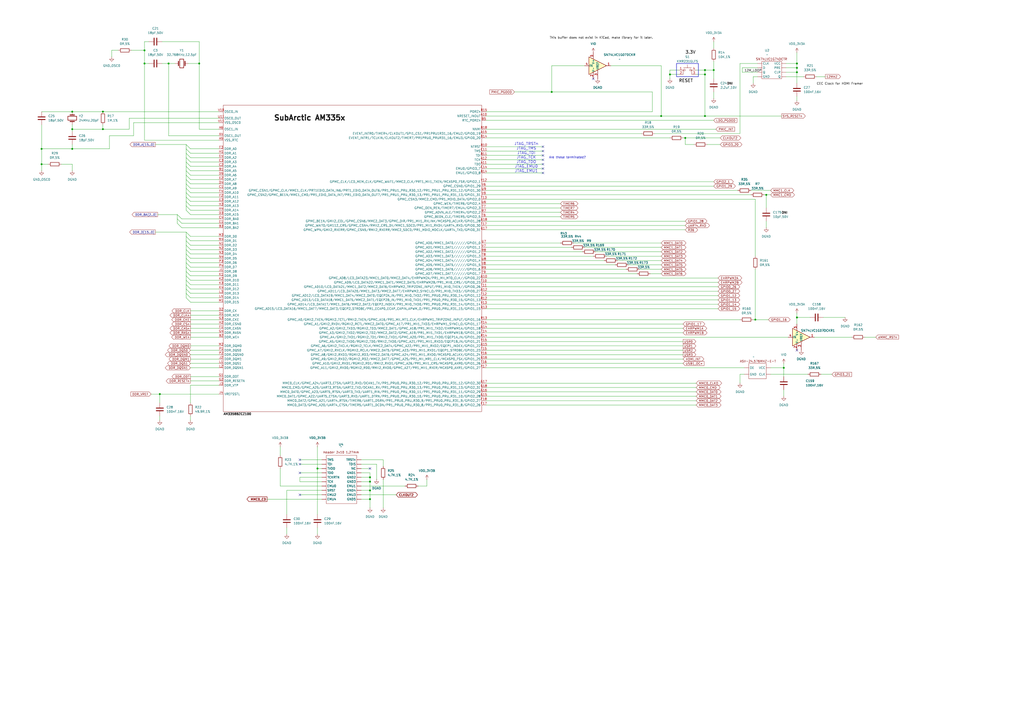
<source format=kicad_sch>
(kicad_sch (version 20231120) (generator "eeschema") (generator_version "8.0")
  (paper "A2")
  (title_block (title "SubArctic AM335x Schematic #1 - Ian Goldberg"))
  (junction (at 444.5 113.03))
  (junction (at 214.63 279.4))
  (junction (at 83.82 36.83))
  (junction (at 214.63 289.56))
  (junction (at 462.28 39.37))
  (junction (at 59.69 64.77))
  (junction (at 454.66 213.36))
  (junction (at 383.54 67.31))
  (junction (at 462.28 184.15))
  (junction (at 41.91 86.36))
  (junction (at 320.04 53.34))
  (junction (at 97.79 36.83))
  (junction (at 414.02 40.64))
  (junction (at 92.71 228.6))
  (junction (at 41.91 64.77))
  (junction (at 408.94 67.31))
  (junction (at 214.63 284.48))
  (junction (at 214.63 276.86))
  (junction (at 24.13 95.25))
  (junction (at 408.94 40.64))
  (junction (at 184.15 271.78))
  (junction (at 115.57 36.83))
  (junction (at 462.28 41.91))
  (junction (at 462.28 36.83))
  (junction (at 397.51 80.01))
  (junction (at 388.62 43.18))
  (junction (at 408.94 43.18))
  (junction (at 83.82 29.21))
  (junction (at 24.13 86.36))
  (junction (at 59.69 74.93))
  (junction (at 438.15 185.42))
  (junction (at 41.91 74.93))
  (no_connect (at 173.99 266.7))
  (no_connect (at 173.99 287.02))
  (no_connect (at 462.28 203.2))
  (no_connect (at 173.99 269.24))
  (no_connect (at 314.96 100.33))
  (no_connect (at 214.63 271.78))
  (no_connect (at 314.96 92.71))
  (no_connect (at 314.96 95.25))
  (no_connect (at 314.96 97.79))
  (no_connect (at 314.96 90.17))
  (no_connect (at 344.17 45.72))
  (no_connect (at 314.96 85.09))
  (no_connect (at 173.99 274.32))
  (no_connect (at 314.96 87.63))
  (bus_entry (at 107.95 114.3) (size 2.54 2.54))
  (bus_entry (at 107.95 154.94) (size 2.54 2.54))
  (bus_entry (at 107.95 104.14) (size 2.54 2.54))
  (bus_entry (at 107.95 91.44) (size 2.54 2.54))
  (bus_entry (at 107.95 93.98) (size 2.54 2.54))
  (bus_entry (at 107.95 170.18) (size 2.54 2.54))
  (bus_entry (at 107.95 111.76) (size 2.54 2.54))
  (bus_entry (at 107.95 88.9) (size 2.54 2.54))
  (bus_entry (at 107.95 142.24) (size 2.54 2.54))
  (bus_entry (at 107.95 119.38) (size 2.54 2.54))
  (bus_entry (at 107.95 147.32) (size 2.54 2.54))
  (bus_entry (at 107.95 116.84) (size 2.54 2.54))
  (bus_entry (at 107.95 167.64) (size 2.54 2.54))
  (bus_entry (at 107.95 106.68) (size 2.54 2.54))
  (bus_entry (at 107.95 139.7) (size 2.54 2.54))
  (bus_entry (at 102.87 124.46) (size 2.54 2.54))
  (bus_entry (at 107.95 152.4) (size 2.54 2.54))
  (bus_entry (at 107.95 172.72) (size 2.54 2.54))
  (bus_entry (at 107.95 165.1) (size 2.54 2.54))
  (bus_entry (at 107.95 83.82) (size 2.54 2.54))
  (bus_entry (at 107.95 144.78) (size 2.54 2.54))
  (bus_entry (at 102.87 129.54) (size 2.54 2.54))
  (bus_entry (at 107.95 86.36) (size 2.54 2.54))
  (bus_entry (at 107.95 96.52) (size 2.54 2.54))
  (bus_entry (at 107.95 109.22) (size 2.54 2.54))
  (bus_entry (at 107.95 134.62) (size 2.54 2.54))
  (bus_entry (at 107.95 149.86) (size 2.54 2.54))
  (bus_entry (at 107.95 157.48) (size 2.54 2.54))
  (bus_entry (at 107.95 101.6) (size 2.54 2.54))
  (bus_entry (at 102.87 127) (size 2.54 2.54))
  (bus_entry (at 107.95 160.02) (size 2.54 2.54))
  (bus_entry (at 107.95 137.16) (size 2.54 2.54))
  (bus_entry (at 107.95 121.92) (size 2.54 2.54))
  (bus_entry (at 107.95 99.06) (size 2.54 2.54))
  (bus_entry (at 107.95 162.56) (size 2.54 2.54))
  (wire (pts (xy 281.94 107.95) (xy 414.02 107.95)))
  (wire (pts (xy 64.77 33.02) (xy 64.77 29.21)))
  (wire (pts (xy 444.5 113.03) (xy 444.5 120.65)))
  (wire (pts (xy 107.95 142.24) (xy 107.95 144.78)))
  (wire (pts (xy 281.94 232.41) (xy 403.86 232.41)))
  (wire (pts (xy 436.88 44.45) (xy 436.88 48.26)))
  (wire (pts (xy 281.94 156.21) (xy 363.22 156.21)))
  (wire (pts (xy 24.13 86.36) (xy 24.13 95.25)))
  (wire (pts (xy 429.26 36.83) (xy 439.42 36.83)))
  (wire (pts (xy 41.91 95.25) (xy 35.56 95.25)))
  (wire (pts (xy 105.41 132.08) (xy 127 132.08)))
  (wire (pts (xy 107.95 165.1) (xy 107.95 167.64)))
  (wire (pts (xy 107.95 154.94) (xy 107.95 157.48)))
  (wire (pts (xy 209.55 281.94) (xy 234.95 281.94)))
  (wire (pts (xy 281.94 118.11) (xy 325.12 118.11)))
  (wire (pts (xy 209.55 279.4) (xy 214.63 279.4)))
  (wire (pts (xy 93.98 24.13) (xy 115.57 24.13)))
  (wire (pts (xy 383.54 38.1) (xy 383.54 67.31)))
  (wire (pts (xy 107.95 137.16) (xy 107.95 139.7)))
  (wire (pts (xy 41.91 74.93) (xy 59.69 74.93)))
  (wire (pts (xy 107.95 91.44) (xy 107.95 93.98)))
  (wire (pts (xy 166.37 284.48) (xy 186.69 284.48)))
  (wire (pts (xy 24.13 95.25) (xy 24.13 99.06)))
  (wire (pts (xy 209.55 284.48) (xy 214.63 284.48)))
  (wire (pts (xy 83.82 29.21) (xy 83.82 36.83)))
  (wire (pts (xy 410.21 83.82) (xy 417.83 83.82)))
  (wire (pts (xy 173.99 276.86) (xy 186.69 276.86)))
  (wire (pts (xy 408.94 67.31) (xy 453.39 67.31)))
  (wire (pts (xy 107.95 99.06) (xy 107.95 101.6)))
  (wire (pts (xy 473.71 44.45) (xy 478.79 44.45)))
  (wire (pts (xy 110.49 223.52) (xy 127 223.52)))
  (wire (pts (xy 455.93 39.37) (xy 462.28 39.37)))
  (wire (pts (xy 281.94 210.82) (xy 396.24 210.82)))
  (wire (pts (xy 444.5 128.27) (xy 444.5 132.08)))
  (wire (pts (xy 110.49 96.52) (xy 127 96.52)))
  (wire (pts (xy 107.95 162.56) (xy 107.95 165.1)))
  (wire (pts (xy 214.63 284.48) (xy 214.63 289.56)))
  (wire (pts (xy 281.94 171.45) (xy 416.56 171.45)))
  (wire (pts (xy 110.49 88.9) (xy 127 88.9)))
  (wire (pts (xy 408.94 43.18) (xy 408.94 67.31)))
  (wire (pts (xy 110.49 200.66) (xy 127 200.66)))
  (wire (pts (xy 41.91 86.36) (xy 24.13 86.36)))
  (wire (pts (xy 345.44 146.05) (xy 383.54 146.05)))
  (wire (pts (xy 97.79 78.74) (xy 127 78.74)))
  (wire (pts (xy 281.94 163.83) (xy 416.56 163.83)))
  (wire (pts (xy 214.63 289.56) (xy 214.63 294.64)))
  (wire (pts (xy 447.04 217.17) (xy 468.63 217.17)))
  (wire (pts (xy 102.87 124.46) (xy 102.87 127)))
  (wire (pts (xy 107.95 167.64) (xy 107.95 170.18)))
  (wire (pts (xy 281.94 77.47) (xy 372.11 77.47)))
  (wire (pts (xy 281.94 198.12) (xy 396.24 198.12)))
  (wire (pts (xy 105.41 127) (xy 127 127)))
  (wire (pts (xy 281.94 123.19) (xy 325.12 123.19)))
  (wire (pts (xy 429.26 77.47) (xy 429.26 36.83)))
  (wire (pts (xy 109.22 36.83) (xy 115.57 36.83)))
  (wire (pts (xy 439.42 44.45) (xy 436.88 44.45)))
  (wire (pts (xy 59.69 64.77) (xy 127 64.77)))
  (wire (pts (xy 388.62 40.64) (xy 388.62 43.18)))
  (wire (pts (xy 247.65 281.94) (xy 242.57 281.94)))
  (wire (pts (xy 281.94 176.53) (xy 416.56 176.53)))
  (wire (pts (xy 74.93 68.58) (xy 74.93 74.93)))
  (wire (pts (xy 92.71 243.84) (xy 92.71 241.3)))
  (wire (pts (xy 115.57 74.93) (xy 115.57 36.83)))
  (wire (pts (xy 454.66 210.82) (xy 454.66 213.36)))
  (wire (pts (xy 281.94 105.41) (xy 414.02 105.41)))
  (wire (pts (xy 110.49 119.38) (xy 127 119.38)))
  (wire (pts (xy 110.49 187.96) (xy 127 187.96)))
  (wire (pts (xy 281.94 179.07) (xy 416.56 179.07)))
  (wire (pts (xy 462.28 36.83) (xy 462.28 39.37)))
  (wire (pts (xy 110.49 93.98) (xy 127 93.98)))
  (wire (pts (xy 59.69 74.93) (xy 74.93 74.93)))
  (wire (pts (xy 214.63 274.32) (xy 214.63 276.86)))
  (wire (pts (xy 281.94 92.71) (xy 314.96 92.71)))
  (wire (pts (xy 83.82 24.13) (xy 83.82 29.21)))
  (wire (pts (xy 396.24 80.01) (xy 397.51 80.01)))
  (wire (pts (xy 281.94 224.79) (xy 403.86 224.79)))
  (wire (pts (xy 24.13 64.77) (xy 41.91 64.77)))
  (wire (pts (xy 281.94 110.49) (xy 427.99 110.49)))
  (wire (pts (xy 173.99 269.24) (xy 186.69 269.24)))
  (wire (pts (xy 209.55 289.56) (xy 214.63 289.56)))
  (wire (pts (xy 281.94 173.99) (xy 416.56 173.99)))
  (wire (pts (xy 83.82 36.83) (xy 86.36 36.83)))
  (wire (pts (xy 444.5 113.03) (xy 447.04 113.03)))
  (wire (pts (xy 110.49 109.22) (xy 127 109.22)))
  (wire (pts (xy 110.49 116.84) (xy 127 116.84)))
  (wire (pts (xy 110.49 149.86) (xy 127 149.86)))
  (wire (pts (xy 408.94 40.64) (xy 408.94 43.18)))
  (wire (pts (xy 107.95 88.9) (xy 107.95 91.44)))
  (wire (pts (xy 41.91 74.93) (xy 41.91 72.39)))
  (wire (pts (xy 438.15 185.42) (xy 436.88 185.42)))
  (wire (pts (xy 472.44 195.58) (xy 494.03 195.58)))
  (wire (pts (xy 110.49 167.64) (xy 127 167.64)))
  (wire (pts (xy 388.62 40.64) (xy 393.7 40.64)))
  (wire (pts (xy 184.15 309.88) (xy 184.15 306.07)))
  (wire (pts (xy 281.94 67.31) (xy 383.54 67.31)))
  (wire (pts (xy 281.94 193.04) (xy 396.24 193.04)))
  (wire (pts (xy 430.53 39.37) (xy 430.53 41.91)))
  (wire (pts (xy 462.28 39.37) (xy 462.28 41.91)))
  (wire (pts (xy 218.44 269.24) (xy 218.44 278.13)))
  (wire (pts (xy 110.49 172.72) (xy 127 172.72)))
  (wire (pts (xy 508 195.58) (xy 501.65 195.58)))
  (wire (pts (xy 41.91 99.06) (xy 41.91 95.25)))
  (wire (pts (xy 429.26 217.17) (xy 429.26 222.25)))
  (wire (pts (xy 107.95 93.98) (xy 107.95 96.52)))
  (wire (pts (xy 173.99 274.32) (xy 186.69 274.32)))
  (wire (pts (xy 110.49 86.36) (xy 127 86.36)))
  (wire (pts (xy 110.49 223.52) (xy 110.49 233.68)))
  (wire (pts (xy 281.94 146.05) (xy 337.82 146.05)))
  (wire (pts (xy 110.49 162.56) (xy 127 162.56)))
  (wire (pts (xy 397.51 80.01) (xy 397.51 83.82)))
  (wire (pts (xy 110.49 144.78) (xy 127 144.78)))
  (wire (pts (xy 107.95 86.36) (xy 107.95 88.9)))
  (wire (pts (xy 462.28 30.48) (xy 462.28 36.83)))
  (wire (pts (xy 110.49 160.02) (xy 127 160.02)))
  (wire (pts (xy 110.49 147.32) (xy 127 147.32)))
  (wire (pts (xy 41.91 64.77) (xy 59.69 64.77)))
  (wire (pts (xy 77.47 78.74) (xy 63.5 78.74)))
  (wire (pts (xy 166.37 284.48) (xy 166.37 298.45)))
  (wire (pts (xy 162.56 259.08) (xy 162.56 264.16)))
  (wire (pts (xy 281.94 120.65) (xy 325.12 120.65)))
  (wire (pts (xy 320.04 38.1) (xy 339.09 38.1)))
  (wire (pts (xy 281.94 140.97) (xy 325.12 140.97)))
  (wire (pts (xy 281.94 153.67) (xy 356.87 153.67)))
  (wire (pts (xy 462.28 58.42) (xy 462.28 55.88)))
  (wire (pts (xy 281.94 74.93) (xy 415.29 74.93)))
  (wire (pts (xy 110.49 185.42) (xy 127 185.42)))
  (wire (pts (xy 281.94 80.01) (xy 388.62 80.01)))
  (wire (pts (xy 435.61 110.49) (xy 447.04 110.49)))
  (wire (pts (xy 209.55 269.24) (xy 218.44 269.24)))
  (wire (pts (xy 64.77 29.21) (xy 68.58 29.21)))
  (wire (pts (xy 455.93 44.45) (xy 466.09 44.45)))
  (wire (pts (xy 102.87 127) (xy 102.87 129.54)))
  (wire (pts (xy 364.49 153.67) (xy 383.54 153.67)))
  (wire (pts (xy 447.04 213.36) (xy 454.66 213.36)))
  (wire (pts (xy 110.49 190.5) (xy 127 190.5)))
  (wire (pts (xy 110.49 218.44) (xy 127 218.44)))
  (wire (pts (xy 281.94 151.13) (xy 350.52 151.13)))
  (wire (pts (xy 90.17 83.82) (xy 107.95 83.82)))
  (wire (pts (xy 184.15 271.78) (xy 186.69 271.78)))
  (wire (pts (xy 462.28 184.15) (xy 469.9 184.15)))
  (wire (pts (xy 107.95 116.84) (xy 107.95 119.38)))
  (wire (pts (xy 429.26 217.17) (xy 431.8 217.17)))
  (wire (pts (xy 110.49 111.76) (xy 127 111.76)))
  (wire (pts (xy 107.95 157.48) (xy 107.95 160.02)))
  (wire (pts (xy 110.49 154.94) (xy 127 154.94)))
  (wire (pts (xy 281.94 158.75) (xy 369.57 158.75)))
  (wire (pts (xy 281.94 69.85) (xy 414.02 69.85)))
  (wire (pts (xy 403.86 43.18) (xy 408.94 43.18)))
  (wire (pts (xy 354.33 38.1) (xy 383.54 38.1)))
  (wire (pts (xy 127 74.93) (xy 115.57 74.93)))
  (wire (pts (xy 414.02 53.34) (xy 414.02 57.15)))
  (wire (pts (xy 110.49 139.7) (xy 127 139.7)))
  (wire (pts (xy 455.93 41.91) (xy 462.28 41.91)))
  (wire (pts (xy 83.82 36.83) (xy 83.82 81.28)))
  (wire (pts (xy 378.46 53.34) (xy 378.46 64.77)))
  (wire (pts (xy 281.94 205.74) (xy 396.24 205.74)))
  (wire (pts (xy 281.94 130.81) (xy 397.51 130.81)))
  (wire (pts (xy 110.49 180.34) (xy 127 180.34)))
  (wire (pts (xy 281.94 85.09) (xy 314.96 85.09)))
  (wire (pts (xy 105.41 129.54) (xy 127 129.54)))
  (wire (pts (xy 110.49 121.92) (xy 127 121.92)))
  (wire (pts (xy 281.94 95.25) (xy 314.96 95.25)))
  (wire (pts (xy 110.49 170.18) (xy 127 170.18)))
  (wire (pts (xy 91.44 124.46) (xy 102.87 124.46)))
  (wire (pts (xy 378.46 64.77) (xy 281.94 64.77)))
  (wire (pts (xy 209.55 287.02) (xy 229.87 287.02)))
  (wire (pts (xy 107.95 109.22) (xy 107.95 111.76)))
  (wire (pts (xy 107.95 111.76) (xy 107.95 114.3)))
  (wire (pts (xy 438.15 115.57) (xy 438.15 148.59)))
  (wire (pts (xy 110.49 104.14) (xy 127 104.14)))
  (wire (pts (xy 388.62 43.18) (xy 393.7 43.18)))
  (wire (pts (xy 110.49 220.98) (xy 127 220.98)))
  (wire (pts (xy 222.25 294.64) (xy 222.25 278.13)))
  (wire (pts (xy 83.82 24.13) (xy 86.36 24.13)))
  (wire (pts (xy 63.5 86.36) (xy 41.91 86.36)))
  (wire (pts (xy 110.49 205.74) (xy 127 205.74)))
  (wire (pts (xy 24.13 86.36) (xy 24.13 72.39)))
  (wire (pts (xy 339.09 143.51) (xy 383.54 143.51)))
  (wire (pts (xy 59.69 74.93) (xy 59.69 72.39)))
  (wire (pts (xy 281.94 168.91) (xy 416.56 168.91)))
  (wire (pts (xy 214.63 276.86) (xy 214.63 279.4)))
  (wire (pts (xy 281.94 203.2) (xy 396.24 203.2)))
  (wire (pts (xy 403.86 40.64) (xy 408.94 40.64)))
  (wire (pts (xy 97.79 36.83) (xy 97.79 78.74)))
  (wire (pts (xy 281.94 128.27) (xy 397.51 128.27)))
  (wire (pts (xy 388.62 43.18) (xy 388.62 45.72)))
  (wire (pts (xy 87.63 228.6) (xy 92.71 228.6)))
  (wire (pts (xy 107.95 101.6) (xy 107.95 104.14)))
  (wire (pts (xy 438.15 185.42) (xy 445.77 185.42)))
  (wire (pts (xy 209.55 266.7) (xy 222.25 266.7)))
  (wire (pts (xy 476.25 217.17) (xy 482.6 217.17)))
  (wire (pts (xy 110.49 152.4) (xy 127 152.4)))
  (wire (pts (xy 83.82 81.28) (xy 127 81.28)))
  (wire (pts (xy 438.15 156.21) (xy 438.15 185.42)))
  (wire (pts (xy 110.49 243.84) (xy 110.49 241.3)))
  (wire (pts (xy 107.95 144.78) (xy 107.95 147.32)))
  (wire (pts (xy 173.99 266.7) (xy 186.69 266.7)))
  (wire (pts (xy 443.23 113.03) (xy 444.5 113.03)))
  (wire (pts (xy 430.53 41.91) (xy 439.42 41.91)))
  (wire (pts (xy 77.47 71.12) (xy 77.47 78.74)))
  (wire (pts (xy 397.51 80.01) (xy 417.83 80.01)))
  (wire (pts (xy 454.66 226.06) (xy 454.66 229.87)))
  (wire (pts (xy 281.94 222.25) (xy 403.86 222.25)))
  (wire (pts (xy 281.94 208.28) (xy 396.24 208.28)))
  (wire (pts (xy 110.49 165.1) (xy 127 165.1)))
  (wire (pts (xy 107.95 152.4) (xy 107.95 154.94)))
  (wire (pts (xy 414.02 35.56) (xy 414.02 40.64)))
  (wire (pts (xy 209.55 274.32) (xy 214.63 274.32)))
  (wire (pts (xy 27.94 95.25) (xy 24.13 95.25)))
  (wire (pts (xy 110.49 210.82) (xy 127 210.82)))
  (wire (pts (xy 490.22 184.15) (xy 477.52 184.15)))
  (wire (pts (xy 378.46 53.34) (xy 320.04 53.34)))
  (wire (pts (xy 110.49 213.36) (xy 127 213.36)))
  (wire (pts (xy 414.02 24.13) (xy 414.02 27.94)))
  (wire (pts (xy 110.49 106.68) (xy 127 106.68)))
  (wire (pts (xy 281.94 166.37) (xy 416.56 166.37)))
  (wire (pts (xy 110.49 157.48) (xy 127 157.48)))
  (wire (pts (xy 107.95 149.86) (xy 107.95 152.4)))
  (wire (pts (xy 173.99 287.02) (xy 186.69 287.02)))
  (wire (pts (xy 281.94 213.36) (xy 431.8 213.36)))
  (wire (pts (xy 281.94 227.33) (xy 403.86 227.33)))
  (wire (pts (xy 455.93 36.83) (xy 462.28 36.83)))
  (wire (pts (xy 414.02 40.64) (xy 414.02 45.72)))
  (wire (pts (xy 173.99 279.4) (xy 186.69 279.4)))
  (wire (pts (xy 439.42 39.37) (xy 430.53 39.37)))
  (wire (pts (xy 462.28 184.15) (xy 462.28 187.96)))
  (wire (pts (xy 107.95 83.82) (xy 107.95 86.36)))
  (wire (pts (xy 97.79 36.83) (xy 101.6 36.83)))
  (wire (pts (xy 107.95 96.52) (xy 107.95 99.06)))
  (wire (pts (xy 110.49 193.04) (xy 127 193.04)))
  (wire (pts (xy 107.95 119.38) (xy 107.95 121.92)))
  (wire (pts (xy 110.49 91.44) (xy 127 91.44)))
  (wire (pts (xy 281.94 185.42) (xy 429.26 185.42)))
  (wire (pts (xy 110.49 175.26) (xy 127 175.26)))
  (wire (pts (xy 154.94 289.56) (xy 186.69 289.56)))
  (wire (pts (xy 281.94 190.5) (xy 396.24 190.5)))
  (wire (pts (xy 110.49 137.16) (xy 127 137.16)))
  (wire (pts (xy 281.94 195.58) (xy 457.2 195.58)))
  (wire (pts (xy 397.51 83.82) (xy 402.59 83.82)))
  (wire (pts (xy 281.94 113.03) (xy 435.61 113.03)))
  (wire (pts (xy 320.04 53.34) (xy 298.45 53.34)))
  (wire (pts (xy 281.94 100.33) (xy 314.96 100.33)))
  (wire (pts (xy 110.49 182.88) (xy 127 182.88)))
  (wire (pts (xy 281.94 200.66) (xy 396.24 200.66)))
  (wire (pts (xy 281.94 125.73) (xy 325.12 125.73)))
  (wire (pts (xy 184.15 259.08) (xy 184.15 271.78)))
  (wire (pts (xy 281.94 234.95) (xy 403.86 234.95)))
  (wire (pts (xy 107.95 134.62) (xy 107.95 137.16)))
  (wire (pts (xy 408.94 40.64) (xy 414.02 40.64)))
  (wire (pts (xy 107.95 139.7) (xy 107.95 142.24)))
  (wire (pts (xy 281.94 229.87) (xy 403.86 229.87)))
  (wire (pts (xy 184.15 271.78) (xy 184.15 298.45)))
  (wire (pts (xy 281.94 143.51) (xy 331.47 143.51)))
  (wire (pts (xy 370.84 156.21) (xy 383.54 156.21)))
  (wire (pts (xy 281.94 133.35) (xy 397.51 133.35)))
  (wire (pts (xy 281.94 97.79) (xy 314.96 97.79)))
  (wire (pts (xy 90.17 134.62) (xy 107.95 134.62)))
  (wire (pts (xy 110.49 99.06) (xy 127 99.06)))
  (wire (pts (xy 462.28 181.61) (xy 462.28 184.15)))
  (wire (pts (xy 358.14 151.13) (xy 383.54 151.13)))
  (wire (pts (xy 110.49 195.58) (xy 127 195.58)))
  (wire (pts (xy 107.95 104.14) (xy 107.95 106.68)))
  (wire (pts (xy 281.94 148.59) (xy 344.17 148.59)))
  (wire (pts (xy 110.49 142.24) (xy 127 142.24)))
  (wire (pts (xy 41.91 83.82) (xy 41.91 86.36)))
  (wire (pts (xy 377.19 158.75) (xy 383.54 158.75)))
  (wire (pts (xy 173.99 276.86) (xy 173.99 279.4)))
  (wire (pts (xy 214.63 279.4) (xy 214.63 284.48)))
  (wire (pts (xy 110.49 124.46) (xy 127 124.46)))
  (wire (pts (xy 107.95 160.02) (xy 107.95 162.56)))
  (wire (pts (xy 110.49 203.2) (xy 127 203.2)))
  (wire (pts (xy 209.55 271.78) (xy 214.63 271.78)))
  (wire (pts (xy 76.2 29.21) (xy 83.82 29.21)))
  (wire (pts (xy 247.65 278.13) (xy 247.65 281.94)))
  (wire (pts (xy 166.37 309.88) (xy 166.37 306.07)))
  (wire (pts (xy 351.79 148.59) (xy 383.54 148.59)))
  (wire (pts (xy 454.66 213.36) (xy 454.66 218.44)))
  (wire (pts (xy 462.28 41.91) (xy 462.28 48.26)))
  (wire (pts (xy 127 71.12) (xy 77.47 71.12)))
  (wire (pts (xy 63.5 78.74) (xy 63.5 86.36)))
  (wire (pts (xy 110.49 208.28) (xy 127 208.28)))
  (wire (pts (xy 281.94 187.96) (xy 396.24 187.96)))
  (wire (pts (xy 332.74 140.97) (xy 383.54 140.97)))
  (wire (pts (xy 281.94 115.57) (xy 438.15 115.57)))
  (wire (pts (xy 281.94 161.29) (xy 416.56 161.29)))
  (wire (pts (xy 93.98 36.83) (xy 97.79 36.83)))
  (wire (pts (xy 107.95 114.3) (xy 107.95 116.84)))
  (wire (pts (xy 107.95 106.68) (xy 107.95 109.22)))
  (wire (pts (xy 107.95 147.32) (xy 107.95 149.86)))
  (wire (pts (xy 281.94 90.17) (xy 314.96 90.17)))
  (wire (pts (xy 41.91 76.2) (xy 41.91 74.93)))
  (wire (pts (xy 92.71 228.6) (xy 92.71 233.68)))
  (wire (pts (xy 222.25 266.7) (xy 222.25 270.51)))
  (wire (pts (xy 162.56 271.78) (xy 162.56 281.94)))
  (wire (pts (xy 209.55 276.86) (xy 214.63 276.86)))
  (wire (pts (xy 281.94 87.63) (xy 314.96 87.63)))
  (wire (pts (xy 115.57 36.83) (xy 115.57 24.13)))
  (wire (pts (xy 162.56 281.94) (xy 186.69 281.94)))
  (wire (pts (xy 110.49 101.6) (xy 127 101.6)))
  (wire (pts (xy 92.71 228.6) (xy 127 228.6)))
  (wire (pts (xy 379.73 77.47) (xy 429.26 77.47)))
  (wire (pts (xy 383.54 67.31) (xy 408.94 67.31)))
  (wire (pts (xy 107.95 170.18) (xy 107.95 172.72)))
  (wire (pts (xy 320.04 53.34) (xy 320.04 38.1)))
  (wire (pts (xy 74.93 68.58) (xy 127 68.58)))
  (wire (pts (xy 110.49 114.3) (xy 127 114.3)))
  (rectangle (start 392.43 36.83) (end 405.13 44.45) (stroke (width 0.254)))
  (text "Are these terminated?\n" (at 329.184 91.44 0) (effects (font (size 1.27 1.27))))
  (text "JTAG_TRSTn\nJTAG_TMS\nJTAG_TDI\nJTAG_TCK\nJTAG_TDO\nJTAG_EMU0\nJTAG_EMU1" (at 305.308 91.44 0) (effects (font (size 1.6256 1.6256))))
  (label "This buffer does not exist in KiCad, make library for it later." (at 318.77 22.86 0))
  (label "RESET" (at 393.7 48.26 0) (effects (font (size 1.778 1.778) (thickness 0.254) (bold yes))))
  (label "SubArctic AM335x" (at 158.75 71.12 0) (effects (font (size 3.048 3.048) (thickness 0.6096) (bold yes))))
  (label "AM3358BZCZ100" (at 129.54 241.3 0) (effects (font (thickness 0.254) (bold yes))))
  (label "DNI" (at 421.64 49.53 0) (effects (font (thickness 0.254) (bold yes))))
  (label "CEC Clock for HDMI Framer" (at 473.71 49.53 0))
  (label "3.3V" (at 397.51 31.75 0) (effects (font (size 1.778 1.778) (thickness 0.254) (bold yes))))
  (label "12M_LOOP" (at 431.8 41.91 0))
  (label "DNI" (at 453.39 124.46 0) (effects (font (thickness 0.254) (bold yes))))
  (global_label "MMC1_DAT3" (shape bidirectional) (at 383.54 148.59 0) (property "Intersheetrefs" "${INTERSHEET_REFS}" (effects (hide yes))))
  (global_label "DDR_CASn" (shape output) (at 110.49 190.5 180) (property "Intersheetrefs" "${INTERSHEET_REFS}" (effects (hide yes))))
  (global_label "EHRPWM1B" (shape bidirectional) (at 396.24 193.04 0) (property "Intersheetrefs" "${INTERSHEET_REFS}" (effects (hide yes))))
  (global_label "CLKOUT2" (shape bidirectional) (at 229.87 287.02 0) (effects (font (bold yes))) (property "Intersheetrefs" "${INTERSHEET_REFS}" (effects (hide yes))))
  (global_label "EHRPWM2B" (shape bidirectional) (at 416.56 163.83 0) (property "Intersheetrefs" "${INTERSHEET_REFS}" (effects (hide yes))))
  (global_label "GPIO2_1" (shape bidirectional) (at 414.02 105.41 0) (property "Intersheetrefs" "${INTERSHEET_REFS}" (effects (hide yes))))
  (global_label "MMC1_DAT2" (shape bidirectional) (at 383.54 146.05 0) (property "Intersheetrefs" "${INTERSHEET_REFS}" (effects (hide yes))))
  (global_label "DDR_DQS1" (shape bidirectional) (at 110.49 210.82 180) (property "Intersheetrefs" "${INTERSHEET_REFS}" (effects (hide yes))))
  (global_label "DDR_ODT" (shape output) (at 110.49 218.44 180) (property "Intersheetrefs" "${INTERSHEET_REFS}" (effects (hide yes))))
  (global_label "LDO_PGOOD" (shape input) (at 414.02 69.85 0) (property "Intersheetrefs" "${INTERSHEET_REFS}" (effects (hide yes))))
  (global_label "PMIC_PGOOD" (shape input) (at 298.45 53.34 180) (property "Intersheetrefs" "${INTERSHEET_REFS}" (effects (hide yes))))
  (global_label "TIMER7" (shape bidirectional) (at 325.12 120.65 0) (property "Intersheetrefs" "${INTERSHEET_REFS}" (effects (hide yes))))
  (global_label "DDR_CSn" (shape output) (at 110.49 187.96 180) (property "Intersheetrefs" "${INTERSHEET_REFS}" (effects (hide yes))))
  (global_label "EHRPWM2A" (shape bidirectional) (at 416.56 161.29 0) (property "Intersheetrefs" "${INTERSHEET_REFS}" (effects (hide yes))))
  (global_label "MMC0_CMD" (shape bidirectional) (at 403.86 224.79 0) (property "Intersheetrefs" "${INTERSHEET_REFS}" (effects (hide yes))))
  (global_label "USR0" (shape output) (at 396.24 198.12 0) (property "Intersheetrefs" "${INTERSHEET_REFS}" (effects (hide yes))))
  (global_label "DDR_DQM0" (shape output) (at 110.49 200.66 180) (property "Intersheetrefs" "${INTERSHEET_REFS}" (effects (hide yes))))
  (global_label "EHRPWM1A" (shape bidirectional) (at 396.24 190.5 0) (property "Intersheetrefs" "${INTERSHEET_REFS}" (effects (hide yes))))
  (global_label "MMC1_DAT5" (shape bidirectional) (at 383.54 156.21 0) (property "Intersheetrefs" "${INTERSHEET_REFS}" (effects (hide yes))))
  (global_label "DDR_VREF" (shape input) (at 87.63 228.6 180) (property "Intersheetrefs" "${INTERSHEET_REFS}" (effects (hide yes))))
  (global_label "TIMER6" (shape bidirectional) (at 325.12 118.11 0) (property "Intersheetrefs" "${INTERSHEET_REFS}" (effects (hide yes))))
  (global_label "DDR_WEn" (shape output) (at 110.49 195.58 180) (property "Intersheetrefs" "${INTERSHEET_REFS}" (effects (hide yes))))
  (global_label "MMC1_DAT0" (shape bidirectional) (at 383.54 140.97 0) (property "Intersheetrefs" "${INTERSHEET_REFS}" (effects (hide yes))))
  (global_label "MMC1_DAT5" (shape bidirectional) (at 383.54 153.67 0) (property "Intersheetrefs" "${INTERSHEET_REFS}" (effects (hide yes))))
  (global_label "GPIO0_27" (shape bidirectional) (at 416.56 168.91 0) (property "Intersheetrefs" "${INTERSHEET_REFS}" (effects (hide yes))))
  (global_label "DDR_DQSN0" (shape bidirectional) (at 110.49 205.74 180) (property "Intersheetrefs" "${INTERSHEET_REFS}" (effects (hide yes))))
  (global_label "DDR_RESETn" (shape output) (at 110.49 220.98 180) (property "Intersheetrefs" "${INTERSHEET_REFS}" (effects (hide yes))))
  (global_label "GPIO1_12" (shape bidirectional) (at 416.56 171.45 0) (property "Intersheetrefs" "${INTERSHEET_REFS}" (effects (hide yes))))
  (global_label "MMC1_CMD" (shape bidirectional) (at 447.04 113.03 0) (property "Intersheetrefs" "${INTERSHEET_REFS}" (effects (hide yes))))
  (global_label "MMC1_CLK" (shape bidirectional) (at 447.04 110.49 0) (property "Intersheetrefs" "${INTERSHEET_REFS}" (effects (hide yes))))
  (global_label "DDR_DQSN1" (shape bidirectional) (at 110.49 213.36 180) (property "Intersheetrefs" "${INTERSHEET_REFS}" (effects (hide yes))))
  (global_label "GPIO1_16" (shape bidirectional) (at 445.77 185.42 0) (property "Intersheetrefs" "${INTERSHEET_REFS}" (effects (hide yes))))
  (global_label "MMC0_CLKO" (shape bidirectional) (at 403.86 222.25 0) (property "Intersheetrefs" "${INTERSHEET_REFS}" (effects (hide yes))))
  (global_label "GPIO3_21" (shape input) (at 482.6 217.17 0) (property "Intersheetrefs" "${INTERSHEET_REFS}" (effects (hide yes))))
  (global_label "MMC0_DAT2" (shape bidirectional) (at 403.86 232.41 0) (property "Intersheetrefs" "${INTERSHEET_REFS}" (effects (hide yes))))
  (global_label "MMC0_DAT1" (shape bidirectional) (at 403.86 229.87 0) (property "Intersheetrefs" "${INTERSHEET_REFS}" (effects (hide yes))))
  (global_label "PMIC_INT" (shape input) (at 415.29 74.93 0) (property "Intersheetrefs" "${INTERSHEET_REFS}" (effects (hide yes))))
  (global_label "GPIO1_15" (shape bidirectional) (at 416.56 179.07 0) (property "Intersheetrefs" "${INTERSHEET_REFS}" (effects (hide yes))))
  (global_label "DDR_DQS0" (shape bidirectional) (at 110.49 203.2 180) (property "Intersheetrefs" "${INTERSHEET_REFS}" (effects (hide yes))))
  (global_label "MMC0_DAT0" (shape bidirectional) (at 403.86 227.33 0) (property "Intersheetrefs" "${INTERSHEET_REFS}" (effects (hide yes))))
  (global_label "MMC1_DAT6" (shape bidirectional) (at 383.54 158.75 0) (property "Intersheetrefs" "${INTERSHEET_REFS}" (effects (hide yes))))
  (global_label "DDR_CLKn" (shape output) (at 110.49 182.88 180) (property "Intersheetrefs" "${INTERSHEET_REFS}" (effects (hide yes))))
  (global_label "GPIO1_13" (shape bidirectional) (at 416.56 173.99 0) (property "Intersheetrefs" "${INTERSHEET_REFS}" (effects (hide yes))))
  (global_label "USB1_OCn" (shape input) (at 396.24 210.82 0) (property "Intersheetrefs" "${INTERSHEET_REFS}" (effects (hide yes))))
  (global_label "HDMI_INT" (shape bidirectional) (at 396.24 208.28 0) (property "Intersheetrefs" "${INTERSHEET_REFS}" (effects (hide yes))))
  (global_label "12MHZ" (shape output) (at 478.79 44.45 0) (property "Intersheetrefs" "${INTERSHEET_REFS}" (effects (hide yes))))
  (global_label "TIMER5" (shape bidirectional) (at 325.12 125.73 0) (property "Intersheetrefs" "${INTERSHEET_REFS}" (effects (hide yes))))
  (global_label "GPIO1_17" (shape bidirectional) (at 396.24 187.96 0) (property "Intersheetrefs" "${INTERSHEET_REFS}" (effects (hide yes))))
  (global_label "DDR_DQM1" (shape output) (at 110.49 208.28 180) (property "Intersheetrefs" "${INTERSHEET_REFS}" (effects (hide yes))))
  (global_label "GPIO0_26" (shape bidirectional) (at 416.56 166.37 0) (property "Intersheetrefs" "${INTERSHEET_REFS}" (effects (hide yes))))
  (global_label "MMC1_DAT4" (shape bidirectional) (at 383.54 151.13 0) (property "Intersheetrefs" "${INTERSHEET_REFS}" (effects (hide yes))))
  (global_label "DDR_RASn" (shape output) (at 110.49 193.04 180) (property "Intersheetrefs" "${INTERSHEET_REFS}" (effects (hide yes))))
  (global_label "UART4_RXD" (shape bidirectional) (at 397.51 130.81 0) (property "Intersheetrefs" "${INTERSHEET_REFS}" (effects (hide yes))))
  (global_label "DDR_D[15..0]" (shape output) (at 90.17 134.62 180) (property "Intersheetrefs" "${INTERSHEET_REFS}" (effects (hide yes))))
  (global_label "CLKOUT2" (shape bidirectional) (at 417.83 80.01 0) (property "Intersheetrefs" "${INTERSHEET_REFS}" (effects (hide yes))))
  (global_label "DDR_CKE" (shape output) (at 110.49 185.42 180) (property "Intersheetrefs" "${INTERSHEET_REFS}" (effects (hide yes))))
  (global_label "USR3" (shape output) (at 396.24 205.74 0) (property "Intersheetrefs" "${INTERSHEET_REFS}" (effects (hide yes))))
  (global_label "USR1" (shape output) (at 396.24 200.66 0) (property "Intersheetrefs" "${INTERSHEET_REFS}" (effects (hide yes))))
  (global_label "GPIO1_29" (shape bidirectional) (at 414.02 107.95 0) (property "Intersheetrefs" "${INTERSHEET_REFS}" (effects (hide yes))))
  (global_label "MMC0_DAT3" (shape bidirectional) (at 403.86 234.95 0) (property "Intersheetrefs" "${INTERSHEET_REFS}" (effects (hide yes))))
  (global_label "DDR_CLK" (shape output) (at 110.49 180.34 180) (property "Intersheetrefs" "${INTERSHEET_REFS}" (effects (hide yes))))
  (global_label "eMMC_RSTn" (shape input) (at 508 195.58 0) (property "Intersheetrefs" "${INTERSHEET_REFS}" (effects (hide yes))))
  (global_label "DDR_BA[2..0]" (shape output) (at 91.44 124.46 180) (property "Intersheetrefs" "${INTERSHEET_REFS}" (effects (hide yes))))
  (global_label "GPIO3_20" (shape bidirectional) (at 417.83 83.82 0) (property "Intersheetrefs" "${INTERSHEET_REFS}" (effects (hide yes))))
  (global_label "MMC1_DAT1" (shape bidirectional) (at 383.54 143.51 0) (property "Intersheetrefs" "${INTERSHEET_REFS}" (effects (hide yes))))
  (global_label "TIMER4" (shape bidirectional) (at 325.12 123.19 0) (property "Intersheetrefs" "${INTERSHEET_REFS}" (effects (hide yes))))
  (global_label "DDR_A[15..0]" (shape output) (at 90.17 83.82 180) (property "Intersheetrefs" "${INTERSHEET_REFS}" (effects (hide yes))))
  (global_label "MMC0_CD" (shape output) (at 154.94 289.56 180) (effects (font (bold yes))) (property "Intersheetrefs" "${INTERSHEET_REFS}" (effects (hide yes))))
  (global_label "USR2" (shape output) (at 396.24 203.2 0) (property "Intersheetrefs" "${INTERSHEET_REFS}" (effects (hide yes))))
  (global_label "GPIO1_28" (shape bidirectional) (at 397.51 128.27 0) (property "Intersheetrefs" "${INTERSHEET_REFS}" (effects (hide yes))))
  (global_label "SYS_RESETn" (shape output) (at 453.39 67.31 0) (property "Intersheetrefs" "${INTERSHEET_REFS}" (effects (hide yes))))
  (global_label "R36" (shape bidirectional) (at 397.51 133.35 0) (property "Intersheetrefs" "${INTERSHEET_REFS}" (effects (hide yes))))
  (global_label "GPIO1_14" (shape bidirectional) (at 416.56 176.53 0) (property "Intersheetrefs" "${INTERSHEET_REFS}" (effects (hide yes))))
  (symbol (lib_id "Device:R") (at 367.03 156.21 90) (unit 1)
    (property "Reference" "R172" (at 367.03 149.86 90))
    (property "Value" "33R,5%" (at 367.03 152.4 90))
    (property "Description" "Resistor" (effects (hide yes)))
  )
  (symbol (lib_id "power:GND") (at 166.37 309.88 0) (unit 1)
    (property "Reference" "#PWR056" (effects (hide yes)))
    (property "Value" "DGND" (at 166.37 314.96 0))
    (property "Description" "Power symbol creates a global label with name \"GND\" , ground" (effects (hide yes)))
  )
  (symbol (lib_id "Device:R") (at 406.4 83.82 90) (unit 1)
    (property "Reference" "R20" (at 406.4 77.47 90))
    (property "Value" "0R,5%" (at 406.4 80.01 90))
    (property "Description" "Resistor" (effects (hide yes)))
  )
  (symbol (lib_id "Device:R") (at 431.8 110.49 90) (unit 1)
    (property "Reference" "R35" (at 431.8 104.14 90))
    (property "Value" "33R,5%" (at 431.8 106.68 90))
    (property "Description" "Resistor" (effects (hide yes)))
  )
  (symbol (lib_id "Device:R") (at 373.38 158.75 90) (unit 1)
    (property "Reference" "R173" (at 373.38 152.4 90))
    (property "Value" "33R,5%" (at 373.38 154.94 90))
    (property "Description" "Resistor" (effects (hide yes)))
  )
  (symbol (lib_id "Amplifier_Buffer:BUF602xDBV") (at 464.82 195.58 0) (unit 1)
    (property "Reference" "SN74LVC1G07DCKR1" (at 474.472 191.77 0))
    (property "Value" "~" (at 477.52 191.8014 0))
    (property "Footprint" "Package_TO_SOT_SMD:SOT-23-5" (effects (hide yes)))
    (property "Datasheet" "http://www.ti.com/lit/ds/symlink/buf602.pdf" (effects (hide yes)))
    (property "Description" "High-Speed, 1000 MHz, Closed-Loop Buffer, SOT23-5" (effects (hide yes)))
  )
  (symbol (lib_id "power:VCC") (at 454.66 210.82 0) (unit 1)
    (property "Reference" "#PWR044" (effects (hide yes)))
    (property "Value" "VIO" (at 454.66 205.74 0))
    (property "Description" "Power symbol creates a global label with name \"VCC\"" (effects (hide yes)))
  )
  (symbol (lib_id "Device:R") (at 497.84 195.58 90) (unit 1)
    (property "Reference" "R162" (at 497.84 189.23 90) (effects (justify top)))
    (property "Value" "0R,5%" (at 497.84 191.77 90) (effects (justify top)))
    (property "Description" "Resistor" (effects (hide yes)))
  )
  (symbol (lib_id "Device:C") (at 166.37 302.26 0) (unit 1)
    (property "Reference" "C30" (at 170.18 300.9899 0) (effects (justify left)))
    (property "Value" "100nF,16V" (at 170.18 303.5299 0) (effects (justify left)))
    (property "Description" "Unpolarized capacitor" (effects (hide yes)))
  )
  (symbol (lib_id "Device:C") (at 184.15 302.26 0) (unit 1)
    (property "Reference" "C29" (at 187.96 300.9899 0) (effects (justify left)))
    (property "Value" "100nF,16V" (at 187.96 303.5299 0) (effects (justify left)))
    (property "Description" "Unpolarized capacitor" (effects (hide yes)))
  )
  (symbol (lib_id "power:GND") (at 414.02 57.15 0) (unit 1)
    (property "Reference" "#PWR036" (effects (hide yes)))
    (property "Value" "DGND" (at 414.02 62.23 0))
    (property "Description" "Power symbol creates a global label with name \"GND\" , ground" (effects (hide yes)))
  )
  (symbol (lib_id "power:GND") (at 429.26 222.25 0) (unit 1)
    (property "Reference" "#PWR042" (effects (hide yes)))
    (property "Value" "DGND" (at 429.26 227.33 0))
    (property "Description" "Power symbol creates a global label with name \"GND\" , ground" (effects (hide yes)))
  )
  (symbol (lib_id "Device:C") (at 454.66 222.25 0) (unit 1)
    (property "Reference" "C159" (at 467.36 220.9799 0) (effects (justify left)))
    (property "Value" "100nF,16V" (at 467.36 223.5199 0) (effects (justify left)))
    (property "Description" "Unpolarized capacitor" (effects (hide yes)))
  )
  (symbol (lib_id "power:VDD") (at 184.15 259.08 0) (unit 1)
    (property "Reference" "#PWR053" (effects (hide yes)))
    (property "Value" "VDD_3V3B" (at 184.15 254 0))
    (property "Description" "Power symbol creates a global label with name \"VDD\"" (effects (hide yes)))
  )
  (symbol (lib_id "Device:R") (at 433.07 185.42 90) (unit 1)
    (property "Reference" "R160" (at 433.07 179.07 90))
    (property "Value" "0R,5%" (at 433.07 181.61 90))
    (property "Description" "Resistor" (effects (hide yes)))
  )
  (symbol (lib_id "Device:R") (at 360.68 153.67 90) (unit 1)
    (property "Reference" "R171" (at 360.68 147.32 90))
    (property "Value" "33R,5%" (at 360.68 149.86 90))
    (property "Description" "Resistor" (effects (hide yes)))
  )
  (symbol (lib_id "Device:R") (at 341.63 146.05 90) (unit 1)
    (property "Reference" "R9" (at 341.63 139.7 90))
    (property "Value" "33R,5%" (at 341.63 142.24 90))
    (property "Description" "Resistor" (effects (hide yes)))
  )
  (symbol (lib_id "Device:R") (at 354.33 151.13 90) (unit 1)
    (property "Reference" "R170" (at 354.33 144.78 90))
    (property "Value" "33R,5%" (at 354.33 147.32 90))
    (property "Description" "Resistor" (effects (hide yes)))
  )
  (symbol (lib_id "power:GND") (at 218.44 278.13 0) (unit 1)
    (property "Reference" "#PWR058" (effects (hide yes)))
    (property "Value" "DGND" (at 218.44 283.21 0))
    (property "Description" "Power symbol creates a global label with name \"GND\" , ground" (effects (hide yes)))
  )
  (symbol (lib_id "power:GND") (at 92.71 243.84 0) (unit 1)
    (property "Reference" "#PWR048" (effects (hide yes)))
    (property "Value" "DGND" (at 92.71 248.92 0))
    (property "Description" "Power symbol creates a global label with name \"GND\" , ground" (effects (hide yes)))
  )
  (symbol (lib_id "Device:C") (at 90.17 24.13 90) (unit 1)
    (property "Reference" "C21" (at 90.17 16.51 90))
    (property "Value" "18pF,50V" (at 90.17 19.05 90))
    (property "Description" "Unpolarized capacitor" (effects (hide yes)))
  )
  (symbol (lib_id "power:GND") (at 444.5 132.08 0) (unit 1)
    (property "Reference" "#PWR041" (effects (hide yes)))
    (property "Value" "DGND" (at 444.5 137.16 0))
    (property "Description" "Power symbol creates a global label with name \"GND\" , ground" (effects (hide yes)))
  )
  (symbol (lib_id "power:GND") (at 464.82 203.2 0) (unit 1)
    (property "Reference" "#PWR046" (effects (hide yes)))
    (property "Value" "DGND" (at 464.82 208.28 0))
    (property "Description" "Power symbol creates a global label with name \"GND\" , ground" (effects (hide yes)))
  )
  (symbol (lib_id "Device:R") (at 375.92 77.47 90) (unit 1)
    (property "Reference" "R18" (at 375.92 71.12 90))
    (property "Value" "33R,5%" (at 375.92 73.66 90))
    (property "Description" "Resistor" (effects (hide yes)))
  )
  (symbol (lib_id "Device:R") (at 414.02 31.75 0) (unit 1)
    (property "Reference" "R14" (at 416.56 30.4799 0) (effects (justify left)))
    (property "Value" "10K,1%" (at 416.56 33.0199 0) (effects (justify left)))
    (property "Description" "Resistor" (effects (hide yes)))
  )
  (symbol (lib_id "SubArctic AM335x:SubArctic_AM335x") (at 110.49 54.61 0) (unit 1)
    (property "Reference" "SubArcticAM335X1" (effects (hide yes)))
  )
  (symbol (lib_id "power:GND") (at 436.88 48.26 0) (unit 1)
    (property "Reference" "#PWR038" (effects (hide yes)))
    (property "Value" "DGND" (at 436.88 53.34 0))
    (property "Description" "Power symbol creates a global label with name \"GND\" , ground" (effects (hide yes)))
  )
  (symbol (lib_id "power:GND") (at 346.71 45.72 0) (unit 1)
    (property "Reference" "#PWR034" (effects (hide yes)))
    (property "Value" "DGND" (at 346.71 50.8 0))
    (property "Description" "Power symbol creates a global label with name \"GND\" , ground" (effects (hide yes)))
  )
  (symbol (lib_id "Device:R") (at 162.56 267.97 0) (unit 1)
    (property "Reference" "R23" (at 165.1 266.6999 0) (effects (justify left)))
    (property "Value" "4.7K,1% " (at 165.1 269.2399 0) (effects (justify left)))
    (property "Description" "Resistor" (effects (hide yes)))
  )
  (symbol (lib_id "Device:C") (at 444.5 124.46 0) (unit 1)
    (property "Reference" "C175" (at 448.31 123.1899 0) (effects (justify left)))
    (property "Value" "10pF,50V" (at 448.31 125.7299 0) (effects (justify left)))
    (property "Description" "Unpolarized capacitor" (effects (hide yes)))
  )
  (symbol (lib_id "Device:R") (at 335.28 143.51 90) (unit 1)
    (property "Reference" "R44" (at 335.28 137.16 90))
    (property "Value" "33R,5%" (at 335.28 139.7 90))
    (property "Description" "Resistor" (effects (hide yes)))
  )
  (symbol (lib_id "Device:R") (at 110.49 237.49 0) (unit 1)
    (property "Reference" "R22" (at 113.03 236.2199 0) (effects (justify left)))
    (property "Value" "49.9R,1%" (at 113.03 238.7599 0) (effects (justify left)))
    (property "Description" "Resistor" (effects (hide yes)))
  )
  (symbol (lib_id "Device:R") (at 392.43 80.01 90) (unit 1)
    (property "Reference" "R19" (at 392.43 73.66 90))
    (property "Value" "0R,5%" (at 392.43 76.2 90))
    (property "Description" "Resistor" (effects (hide yes)))
  )
  (symbol (lib_id "Device:C") (at 41.91 80.01 0) (unit 1)
    (property "Reference" "C26" (at 45.72 78.7399 0) (effects (justify left)))
    (property "Value" "18pF,50V" (at 45.72 81.2799 0) (effects (justify left)))
    (property "Description" "Unpolarized capacitor" (effects (hide yes)))
  )
  (symbol (lib_id "Device:R") (at 222.25 274.32 0) (unit 1)
    (property "Reference" "R25" (at 224.79 273.0499 0) (effects (justify left)))
    (property "Value" "4.7K,1%" (at 224.79 275.5899 0) (effects (justify left)))
    (property "Description" "Resistor" (effects (hide yes)))
  )
  (symbol (lib_id "Device:C") (at 92.71 237.49 0) (unit 1)
    (property "Reference" "C28" (at 96.52 236.2199 0) (effects (justify left)))
    (property "Value" "100nF,16V" (at 96.52 238.7599 0) (effects (justify left)))
    (property "Description" "Unpolarized capacitor" (effects (hide yes)))
  )
  (symbol (lib_id "Device:R") (at 31.75 95.25 90) (unit 1)
    (property "Reference" "R29" (at 31.75 88.9 90))
    (property "Value" "0R,5%" (at 31.75 91.44 90))
    (property "Description" "Resistor" (effects (hide yes)))
  )
  (symbol (lib_id "power:VCC") (at 344.17 30.48 0) (unit 1)
    (property "Reference" "#PWR033" (effects (hide yes)))
    (property "Value" "VIO" (at 344.17 25.4 0))
    (property "Description" "Power symbol creates a global label with name \"VCC\"" (effects (hide yes)))
  )
  (symbol (lib_id "Device:R") (at 238.76 281.94 90) (unit 1)
    (property "Reference" "R24" (at 238.76 275.59 90))
    (property "Value" "4.7K,1%" (at 238.76 278.13 90))
    (property "Description" "Resistor" (effects (hide yes)))
  )
  (symbol (lib_id "Device:C") (at 473.71 184.15 90) (unit 1)
    (property "Reference" "C158" (at 473.71 176.53 90))
    (property "Value" "100nF,16V" (at 473.71 179.07 90))
    (property "Description" "Unpolarized capacitor" (effects (hide yes)))
  )
  (symbol (lib_id "Device:R") (at 347.98 148.59 90) (unit 1)
    (property "Reference" "R169" (at 347.98 142.24 90))
    (property "Value" "33R,5%" (at 347.98 144.78 90))
    (property "Description" "Resistor" (effects (hide yes)))
  )
  (symbol (lib_id "power:VDD") (at 414.02 24.13 0) (unit 1)
    (property "Reference" "#PWR037" (effects (hide yes)))
    (property "Value" "VDD_3V3A" (at 414.02 19.05 0))
    (property "Description" "Power symbol creates a global label with name \"VDD\"" (effects (hide yes)))
  )
  (symbol (lib_id "power:GND") (at 454.66 229.87 0) (unit 1)
    (property "Reference" "#PWR043" (effects (hide yes)))
    (property "Value" "DGND" (at 454.66 234.95 0))
    (property "Description" "Power symbol creates a global label with name \"GND\" , ground" (effects (hide yes)))
  )
  (symbol (lib_id "Device:R") (at 438.15 152.4 0) (unit 1)
    (property "Reference" "R161" (at 440.69 151.1299 0) (effects (justify left)))
    (property "Value" "0R,5%" (at 440.69 153.6699 0) (effects (justify left)))
    (property "Description" "Resistor" (effects (hide yes)))
  )
  (symbol (lib_id "power:GND") (at 214.63 294.64 0) (unit 1)
    (property "Reference" "#PWR057" (effects (hide yes)))
    (property "Value" "DGND" (at 214.63 299.72 0))
    (property "Description" "Power symbol creates a global label with name \"GND\" , ground" (effects (hide yes)))
  )
  (symbol (lib_id "power:GND") (at 490.22 184.15 0) (unit 1)
    (property "Reference" "#PWR047" (effects (hide yes)))
    (property "Value" "DGND" (at 490.22 189.23 0))
    (property "Description" "Power symbol creates a global label with name \"GND\" , ground" (effects (hide yes)))
  )
  (symbol (lib_id "power:GND") (at 110.49 243.84 0) (unit 1)
    (property "Reference" "#PWR049" (effects (hide yes)))
    (property "Value" "DGND" (at 110.49 248.92 0))
    (property "Description" "Power symbol creates a global label with name \"GND\" , ground" (effects (hide yes)))
  )
  (symbol (lib_id "power:GND") (at 64.77 33.02 0) (unit 1)
    (property "Reference" "#PWR050" (effects (hide yes)))
    (property "Value" "GND_OSC0" (at 64.77 38.1 0))
    (property "Description" "Power symbol creates a global label with name \"GND\" , ground" (effects (hide yes)))
  )
  (symbol (lib_id "power:VCC") (at 462.28 181.61 0) (unit 1)
    (property "Reference" "#PWR045" (effects (hide yes)))
    (property "Value" "VDD_3V3A" (at 462.28 176.53 0))
    (property "Description" "Power symbol creates a global label with name \"VCC\"" (effects (hide yes)))
  )
  (symbol (lib_id "power:VDD") (at 247.65 278.13 0) (unit 1)
    (property "Reference" "#PWR060" (effects (hide yes)))
    (property "Value" "VDD_3V3B" (at 247.65 273.05 0))
    (property "Description" "Power symbol creates a global label with name \"VDD\"" (effects (hide yes)))
  )
  (symbol (lib_id "SubArctic AM335x:SN74LVC1G74DCTR") (at 444.5 45.72 0) (unit 1)
    (property "Reference" "U2" (at 445.008 29.21 0))
    (property "Value" "~" (at 445.008 31.75 0))
  )
  (symbol (lib_id "power:GND") (at 462.28 58.42 0) (unit 1)
    (property "Reference" "#PWR039" (effects (hide yes)))
    (property "Value" "DGND" (at 462.28 63.5 0))
    (property "Description" "Power symbol creates a global label with name \"GND\" , ground" (effects (hide yes)))
  )
  (symbol (lib_id "Switch:SW_MEC_5E") (at 398.78 43.18 0) (unit 1)
    (property "Reference" "S1" (at 398.78 33.02 0))
    (property "Value" "KMR231GLFS" (at 398.78 35.56 0))
    (property "Datasheet" "http://www.apem.com/int/index.php?controller=attachment&id_attachment=1371" (effects (hide yes)))
    (property "Description" "MEC 5E single pole normally-open tactile switch" (effects (hide yes)))
  )
  (symbol (lib_id "Device:R") (at 328.93 140.97 90) (unit 1)
    (property "Reference" "R43" (at 328.93 134.62 90) (effects (justify left bottom)))
    (property "Value" "33R,5%" (at 328.93 137.16 90))
    (property "Description" "Resistor" (effects (hide yes)))
  )
  (symbol (lib_id "Device:C") (at 90.17 36.83 90) (unit 1)
    (property "Reference" "C3" (at 90.17 29.21 90))
    (property "Value" "18pF,50V" (at 90.17 31.75 90))
    (property "Description" "Unpolarized capacitor" (effects (hide yes)))
  )
  (symbol (lib_id "Device:R") (at 59.69 68.58 0) (unit 1)
    (property "Reference" "R17" (at 62.23 67.3099 0) (effects (justify left)))
    (property "Value" "1M,1%" (at 62.23 69.8499 0) (effects (justify left)))
    (property "Description" "Resistor" (effects (hide yes)))
  )
  (symbol (lib_id "power:GND") (at 24.13 99.06 0) (unit 1)
    (property "Reference" "#PWR051" (effects (hide yes)))
    (property "Value" "GND_OSC0" (at 24.13 104.14 0))
    (property "Description" "Power symbol creates a global label with name \"GND\" , ground" (effects (hide yes)))
  )
  (symbol (lib_id "Device:C") (at 414.02 49.53 0) (unit 1)
    (property "Reference" "C24" (at 417.83 48.2599 0) (effects (justify left)))
    (property "Value" "2.2uF,10V" (at 417.83 50.7999 0) (effects (justify left)))
    (property "Description" "Unpolarized capacitor" (effects (hide yes)))
  )
  (symbol (lib_id "Device:R") (at 72.39 29.21 90) (unit 1)
    (property "Reference" "R30" (at 72.39 22.86 90))
    (property "Value" "0R,5%" (at 72.39 25.4 90))
    (property "Description" "Resistor" (effects (hide yes)))
  )
  (symbol (lib_id "power:GND") (at 41.91 99.06 0) (unit 1)
    (property "Reference" "#PWR052" (effects (hide yes)))
    (property "Value" "DGND" (at 41.91 104.14 0))
    (property "Description" "Power symbol creates a global label with name \"GND\" , ground" (effects (hide yes)))
  )
  (symbol (lib_id "Device:R") (at 472.44 217.17 90) (unit 1)
    (property "Reference" "R167" (at 472.44 210.82 90))
    (property "Value" "33R,5%" (at 472.44 213.36 90))
    (property "Description" "Resistor" (effects (hide yes)))
  )
  (symbol (lib_id "power:GND") (at 388.62 45.72 0) (unit 1)
    (property "Reference" "#PWR035" (effects (hide yes)))
    (property "Value" "DGND" (at 388.62 50.8 0))
    (property "Description" "Power symbol creates a global label with name \"GND\" , ground" (effects (hide yes)))
  )
  (symbol (lib_id "power:VDD") (at 462.28 30.48 0) (unit 1)
    (property "Reference" "#PWR040" (effects (hide yes)))
    (property "Value" "VDD_3V3A" (at 462.28 25.4 0))
    (property "Description" "Power symbol creates a global label with name \"VDD\"" (effects (hide yes)))
  )
  (symbol (lib_id "Device:C") (at 462.28 52.07 0) (unit 1)
    (property "Reference" "C27" (at 466.09 50.7999 0) (effects (justify left)))
    (property "Value" "100nF,16V" (at 466.09 53.3399 0) (effects (justify left)))
    (property "Description" "Unpolarized capacitor" (effects (hide yes)))
  )
  (symbol (lib_id "Device:R") (at 439.42 113.03 90) (unit 1)
    (property "Reference" "R7" (at 439.42 106.68 90))
    (property "Value" "33R,5%" (at 439.42 109.22 90))
    (property "Description" "Resistor" (effects (hide yes)))
  )
  (symbol (lib_id "power:VDD") (at 162.56 259.08 0) (unit 1)
    (property "Reference" "#PWR055" (effects (hide yes)))
    (property "Value" "VDD_3V3B" (at 162.56 254 0))
    (property "Description" "Power symbol creates a global label with name \"VDD\"" (effects (hide yes)))
  )
  (symbol (lib_id "Amplifier_Buffer:BUF602xDBV") (at 346.71 38.1 0) (unit 1)
    (property "Reference" "SN74LVC1G07DCKR" (at 359.41 31.7814 0))
    (property "Value" "~" (at 359.41 34.3214 0))
    (property "Footprint" "Package_TO_SOT_SMD:SOT-23-5" (effects (hide yes)))
    (property "Datasheet" "http://www.ti.com/lit/ds/symlink/buf602.pdf" (effects (hide yes)))
    (property "Description" "High-Speed, 1000 MHz, Closed-Loop Buffer, SOT23-5" (effects (hide yes)))
  )
  (symbol (lib_id "Device:Crystal") (at 105.41 36.83 0) (unit 1)
    (property "Reference" "Y1" (at 105.41 29.21 0))
    (property "Value" "32.768KHz,12.5pF" (at 105.41 31.75 0))
    (property "Description" "Two pin crystal" (effects (hide yes)))
  )
  (symbol (lib_id "SubArctic AM335x:ASV-24.576MHZ-E-T") (at 431.8 219.71 0) (unit 1)
    (property "Reference" "U3" (effects (hide yes)))
    (property "Value" "~" (at 437.134 207.01 0))
  )
  (symbol (lib_id "Device:R") (at 469.9 44.45 90) (unit 1)
    (property "Reference" "R21" (at 469.9 38.1 90))
    (property "Value" "33R,5%" (at 469.9 40.64 90))
    (property "Description" "Resistor" (effects (hide yes)))
  )
  (symbol (lib_id "Device:C") (at 24.13 68.58 0) (unit 1)
    (property "Reference" "C25" (at 27.94 67.3099 0) (effects (justify left)))
    (property "Value" "18pF,50V" (at 27.94 69.8499 0) (effects (justify left)))
    (property "Description" "Unpolarized capacitor" (effects (hide yes)))
  )
  (symbol (lib_id "power:GND") (at 222.25 294.64 0) (unit 1)
    (property "Reference" "#PWR059" (effects (hide yes)))
    (property "Value" "DGND" (at 222.25 299.72 0))
    (property "Description" "Power symbol creates a global label with name \"GND\" , ground" (effects (hide yes)))
  )
  (symbol (lib_id "SubArctic AM335x:JTAG_Header_2x10") (at 189.23 292.1 0) (unit 1)
    (property "Reference" "U4" (at 197.866 257.81 0))
    (property "Value" "~" (at 197.866 259.08 0))
  )
  (symbol (lib_id "Device:Crystal") (at 41.91 68.58 90) (unit 1)
    (property "Reference" "Y2" (at 45.72 67.3099 90) (effects (justify right)))
    (property "Value" "24MHz,20pF" (at 45.72 69.8499 90) (effects (justify right)))
    (property "Description" "Two pin crystal" (effects (hide yes)))
  )
  (symbol (lib_id "power:GND") (at 184.15 309.88 0) (unit 1)
    (property "Reference" "#PWR054" (effects (hide yes)))
    (property "Value" "DGND" (at 184.15 314.96 0))
    (property "Description" "Power symbol creates a global label with name \"GND\" , ground" (effects (hide yes)))
  )
)
</source>
